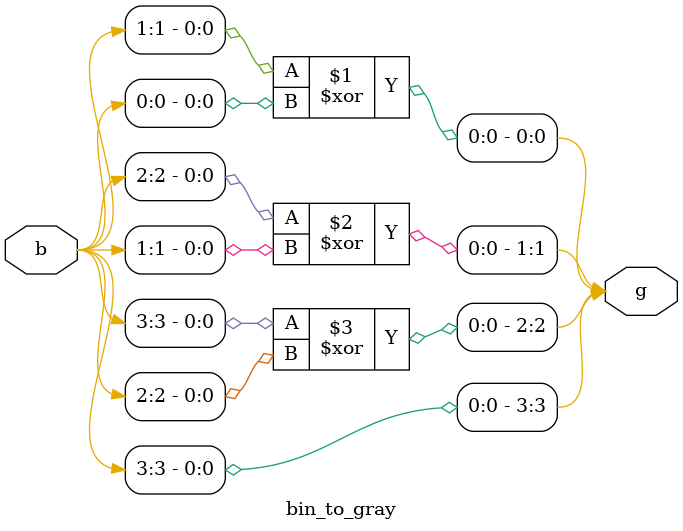
<source format=v>
module bin_to_gray (
    input [3:0] b,  
    output [3:0] g  
);

assign g = {b[3], b[3] ^ b[2], b[2] ^ b[1], b[1] ^ b[0]};

endmodule

</source>
